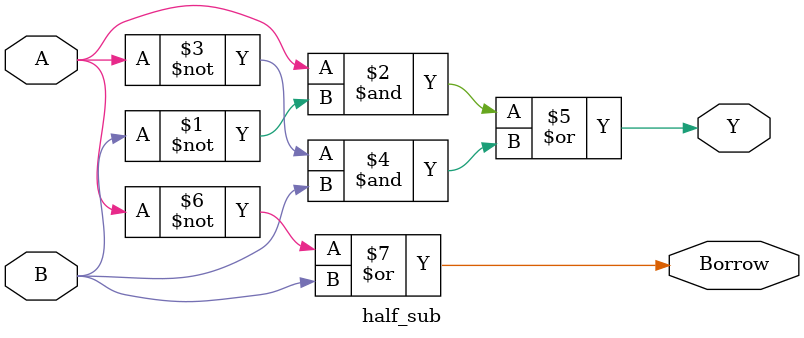
<source format=v>
module half_sub(
    input A, B,
    output Y, Borrow
);

    assign Y = (A & ~B) | (~A & B);
    assign Borrow = ~A | B;

endmodule
</source>
